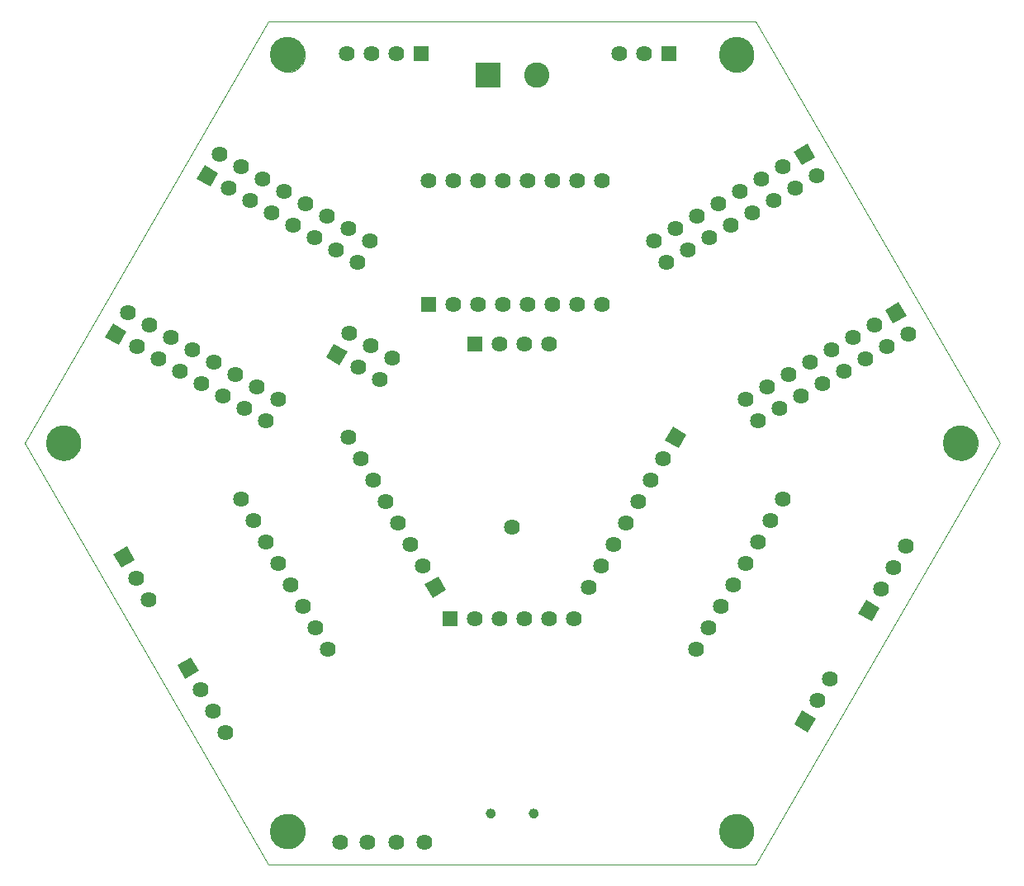
<source format=gbs>
G75*
%MOIN*%
%OFA0B0*%
%FSLAX24Y24*%
%IPPOS*%
%LPD*%
%AMOC8*
5,1,8,0,0,1.08239X$1,22.5*
%
%ADD10C,0.0000*%
%ADD11C,0.1418*%
%ADD12R,0.0640X0.0640*%
%ADD13C,0.0640*%
%ADD14R,0.0640X0.0640*%
%ADD15C,0.0394*%
%ADD16C,0.1024*%
%ADD17R,0.1024X0.1024*%
D10*
X009993Y000744D02*
X000150Y017792D01*
X009993Y034839D01*
X029678Y034839D01*
X039520Y017792D01*
X029678Y000744D01*
X009993Y000744D01*
X010091Y002108D02*
X010093Y002160D01*
X010099Y002212D01*
X010109Y002263D01*
X010122Y002313D01*
X010140Y002363D01*
X010161Y002410D01*
X010185Y002456D01*
X010214Y002500D01*
X010245Y002542D01*
X010279Y002581D01*
X010316Y002618D01*
X010356Y002651D01*
X010399Y002682D01*
X010443Y002709D01*
X010489Y002733D01*
X010538Y002753D01*
X010587Y002769D01*
X010638Y002782D01*
X010689Y002791D01*
X010741Y002796D01*
X010793Y002797D01*
X010845Y002794D01*
X010897Y002787D01*
X010948Y002776D01*
X010998Y002762D01*
X011047Y002743D01*
X011094Y002721D01*
X011139Y002696D01*
X011183Y002667D01*
X011224Y002635D01*
X011263Y002600D01*
X011298Y002562D01*
X011331Y002521D01*
X011361Y002479D01*
X011387Y002434D01*
X011410Y002387D01*
X011429Y002338D01*
X011445Y002288D01*
X011457Y002238D01*
X011465Y002186D01*
X011469Y002134D01*
X011469Y002082D01*
X011465Y002030D01*
X011457Y001978D01*
X011445Y001928D01*
X011429Y001878D01*
X011410Y001829D01*
X011387Y001782D01*
X011361Y001737D01*
X011331Y001695D01*
X011298Y001654D01*
X011263Y001616D01*
X011224Y001581D01*
X011183Y001549D01*
X011139Y001520D01*
X011094Y001495D01*
X011047Y001473D01*
X010998Y001454D01*
X010948Y001440D01*
X010897Y001429D01*
X010845Y001422D01*
X010793Y001419D01*
X010741Y001420D01*
X010689Y001425D01*
X010638Y001434D01*
X010587Y001447D01*
X010538Y001463D01*
X010489Y001483D01*
X010443Y001507D01*
X010399Y001534D01*
X010356Y001565D01*
X010316Y001598D01*
X010279Y001635D01*
X010245Y001674D01*
X010214Y001716D01*
X010185Y001760D01*
X010161Y001806D01*
X010140Y001853D01*
X010122Y001903D01*
X010109Y001953D01*
X010099Y002004D01*
X010093Y002056D01*
X010091Y002108D01*
X018792Y002831D02*
X018794Y002857D01*
X018800Y002883D01*
X018810Y002908D01*
X018823Y002931D01*
X018839Y002951D01*
X018859Y002969D01*
X018881Y002984D01*
X018904Y002996D01*
X018930Y003004D01*
X018956Y003008D01*
X018982Y003008D01*
X019008Y003004D01*
X019034Y002996D01*
X019058Y002984D01*
X019079Y002969D01*
X019099Y002951D01*
X019115Y002931D01*
X019128Y002908D01*
X019138Y002883D01*
X019144Y002857D01*
X019146Y002831D01*
X019144Y002805D01*
X019138Y002779D01*
X019128Y002754D01*
X019115Y002731D01*
X019099Y002711D01*
X019079Y002693D01*
X019057Y002678D01*
X019034Y002666D01*
X019008Y002658D01*
X018982Y002654D01*
X018956Y002654D01*
X018930Y002658D01*
X018904Y002666D01*
X018880Y002678D01*
X018859Y002693D01*
X018839Y002711D01*
X018823Y002731D01*
X018810Y002754D01*
X018800Y002779D01*
X018794Y002805D01*
X018792Y002831D01*
X020524Y002831D02*
X020526Y002857D01*
X020532Y002883D01*
X020542Y002908D01*
X020555Y002931D01*
X020571Y002951D01*
X020591Y002969D01*
X020613Y002984D01*
X020636Y002996D01*
X020662Y003004D01*
X020688Y003008D01*
X020714Y003008D01*
X020740Y003004D01*
X020766Y002996D01*
X020790Y002984D01*
X020811Y002969D01*
X020831Y002951D01*
X020847Y002931D01*
X020860Y002908D01*
X020870Y002883D01*
X020876Y002857D01*
X020878Y002831D01*
X020876Y002805D01*
X020870Y002779D01*
X020860Y002754D01*
X020847Y002731D01*
X020831Y002711D01*
X020811Y002693D01*
X020789Y002678D01*
X020766Y002666D01*
X020740Y002658D01*
X020714Y002654D01*
X020688Y002654D01*
X020662Y002658D01*
X020636Y002666D01*
X020612Y002678D01*
X020591Y002693D01*
X020571Y002711D01*
X020555Y002731D01*
X020542Y002754D01*
X020532Y002779D01*
X020526Y002805D01*
X020524Y002831D01*
X028201Y002108D02*
X028203Y002160D01*
X028209Y002212D01*
X028219Y002263D01*
X028232Y002313D01*
X028250Y002363D01*
X028271Y002410D01*
X028295Y002456D01*
X028324Y002500D01*
X028355Y002542D01*
X028389Y002581D01*
X028426Y002618D01*
X028466Y002651D01*
X028509Y002682D01*
X028553Y002709D01*
X028599Y002733D01*
X028648Y002753D01*
X028697Y002769D01*
X028748Y002782D01*
X028799Y002791D01*
X028851Y002796D01*
X028903Y002797D01*
X028955Y002794D01*
X029007Y002787D01*
X029058Y002776D01*
X029108Y002762D01*
X029157Y002743D01*
X029204Y002721D01*
X029249Y002696D01*
X029293Y002667D01*
X029334Y002635D01*
X029373Y002600D01*
X029408Y002562D01*
X029441Y002521D01*
X029471Y002479D01*
X029497Y002434D01*
X029520Y002387D01*
X029539Y002338D01*
X029555Y002288D01*
X029567Y002238D01*
X029575Y002186D01*
X029579Y002134D01*
X029579Y002082D01*
X029575Y002030D01*
X029567Y001978D01*
X029555Y001928D01*
X029539Y001878D01*
X029520Y001829D01*
X029497Y001782D01*
X029471Y001737D01*
X029441Y001695D01*
X029408Y001654D01*
X029373Y001616D01*
X029334Y001581D01*
X029293Y001549D01*
X029249Y001520D01*
X029204Y001495D01*
X029157Y001473D01*
X029108Y001454D01*
X029058Y001440D01*
X029007Y001429D01*
X028955Y001422D01*
X028903Y001419D01*
X028851Y001420D01*
X028799Y001425D01*
X028748Y001434D01*
X028697Y001447D01*
X028648Y001463D01*
X028599Y001483D01*
X028553Y001507D01*
X028509Y001534D01*
X028466Y001565D01*
X028426Y001598D01*
X028389Y001635D01*
X028355Y001674D01*
X028324Y001716D01*
X028295Y001760D01*
X028271Y001806D01*
X028250Y001853D01*
X028232Y001903D01*
X028219Y001953D01*
X028209Y002004D01*
X028203Y002056D01*
X028201Y002108D01*
X037256Y017792D02*
X037258Y017844D01*
X037264Y017896D01*
X037274Y017947D01*
X037287Y017997D01*
X037305Y018047D01*
X037326Y018094D01*
X037350Y018140D01*
X037379Y018184D01*
X037410Y018226D01*
X037444Y018265D01*
X037481Y018302D01*
X037521Y018335D01*
X037564Y018366D01*
X037608Y018393D01*
X037654Y018417D01*
X037703Y018437D01*
X037752Y018453D01*
X037803Y018466D01*
X037854Y018475D01*
X037906Y018480D01*
X037958Y018481D01*
X038010Y018478D01*
X038062Y018471D01*
X038113Y018460D01*
X038163Y018446D01*
X038212Y018427D01*
X038259Y018405D01*
X038304Y018380D01*
X038348Y018351D01*
X038389Y018319D01*
X038428Y018284D01*
X038463Y018246D01*
X038496Y018205D01*
X038526Y018163D01*
X038552Y018118D01*
X038575Y018071D01*
X038594Y018022D01*
X038610Y017972D01*
X038622Y017922D01*
X038630Y017870D01*
X038634Y017818D01*
X038634Y017766D01*
X038630Y017714D01*
X038622Y017662D01*
X038610Y017612D01*
X038594Y017562D01*
X038575Y017513D01*
X038552Y017466D01*
X038526Y017421D01*
X038496Y017379D01*
X038463Y017338D01*
X038428Y017300D01*
X038389Y017265D01*
X038348Y017233D01*
X038304Y017204D01*
X038259Y017179D01*
X038212Y017157D01*
X038163Y017138D01*
X038113Y017124D01*
X038062Y017113D01*
X038010Y017106D01*
X037958Y017103D01*
X037906Y017104D01*
X037854Y017109D01*
X037803Y017118D01*
X037752Y017131D01*
X037703Y017147D01*
X037654Y017167D01*
X037608Y017191D01*
X037564Y017218D01*
X037521Y017249D01*
X037481Y017282D01*
X037444Y017319D01*
X037410Y017358D01*
X037379Y017400D01*
X037350Y017444D01*
X037326Y017490D01*
X037305Y017537D01*
X037287Y017587D01*
X037274Y017637D01*
X037264Y017688D01*
X037258Y017740D01*
X037256Y017792D01*
X028201Y033476D02*
X028203Y033528D01*
X028209Y033580D01*
X028219Y033631D01*
X028232Y033681D01*
X028250Y033731D01*
X028271Y033778D01*
X028295Y033824D01*
X028324Y033868D01*
X028355Y033910D01*
X028389Y033949D01*
X028426Y033986D01*
X028466Y034019D01*
X028509Y034050D01*
X028553Y034077D01*
X028599Y034101D01*
X028648Y034121D01*
X028697Y034137D01*
X028748Y034150D01*
X028799Y034159D01*
X028851Y034164D01*
X028903Y034165D01*
X028955Y034162D01*
X029007Y034155D01*
X029058Y034144D01*
X029108Y034130D01*
X029157Y034111D01*
X029204Y034089D01*
X029249Y034064D01*
X029293Y034035D01*
X029334Y034003D01*
X029373Y033968D01*
X029408Y033930D01*
X029441Y033889D01*
X029471Y033847D01*
X029497Y033802D01*
X029520Y033755D01*
X029539Y033706D01*
X029555Y033656D01*
X029567Y033606D01*
X029575Y033554D01*
X029579Y033502D01*
X029579Y033450D01*
X029575Y033398D01*
X029567Y033346D01*
X029555Y033296D01*
X029539Y033246D01*
X029520Y033197D01*
X029497Y033150D01*
X029471Y033105D01*
X029441Y033063D01*
X029408Y033022D01*
X029373Y032984D01*
X029334Y032949D01*
X029293Y032917D01*
X029249Y032888D01*
X029204Y032863D01*
X029157Y032841D01*
X029108Y032822D01*
X029058Y032808D01*
X029007Y032797D01*
X028955Y032790D01*
X028903Y032787D01*
X028851Y032788D01*
X028799Y032793D01*
X028748Y032802D01*
X028697Y032815D01*
X028648Y032831D01*
X028599Y032851D01*
X028553Y032875D01*
X028509Y032902D01*
X028466Y032933D01*
X028426Y032966D01*
X028389Y033003D01*
X028355Y033042D01*
X028324Y033084D01*
X028295Y033128D01*
X028271Y033174D01*
X028250Y033221D01*
X028232Y033271D01*
X028219Y033321D01*
X028209Y033372D01*
X028203Y033424D01*
X028201Y033476D01*
X010091Y033476D02*
X010093Y033528D01*
X010099Y033580D01*
X010109Y033631D01*
X010122Y033681D01*
X010140Y033731D01*
X010161Y033778D01*
X010185Y033824D01*
X010214Y033868D01*
X010245Y033910D01*
X010279Y033949D01*
X010316Y033986D01*
X010356Y034019D01*
X010399Y034050D01*
X010443Y034077D01*
X010489Y034101D01*
X010538Y034121D01*
X010587Y034137D01*
X010638Y034150D01*
X010689Y034159D01*
X010741Y034164D01*
X010793Y034165D01*
X010845Y034162D01*
X010897Y034155D01*
X010948Y034144D01*
X010998Y034130D01*
X011047Y034111D01*
X011094Y034089D01*
X011139Y034064D01*
X011183Y034035D01*
X011224Y034003D01*
X011263Y033968D01*
X011298Y033930D01*
X011331Y033889D01*
X011361Y033847D01*
X011387Y033802D01*
X011410Y033755D01*
X011429Y033706D01*
X011445Y033656D01*
X011457Y033606D01*
X011465Y033554D01*
X011469Y033502D01*
X011469Y033450D01*
X011465Y033398D01*
X011457Y033346D01*
X011445Y033296D01*
X011429Y033246D01*
X011410Y033197D01*
X011387Y033150D01*
X011361Y033105D01*
X011331Y033063D01*
X011298Y033022D01*
X011263Y032984D01*
X011224Y032949D01*
X011183Y032917D01*
X011139Y032888D01*
X011094Y032863D01*
X011047Y032841D01*
X010998Y032822D01*
X010948Y032808D01*
X010897Y032797D01*
X010845Y032790D01*
X010793Y032787D01*
X010741Y032788D01*
X010689Y032793D01*
X010638Y032802D01*
X010587Y032815D01*
X010538Y032831D01*
X010489Y032851D01*
X010443Y032875D01*
X010399Y032902D01*
X010356Y032933D01*
X010316Y032966D01*
X010279Y033003D01*
X010245Y033042D01*
X010214Y033084D01*
X010185Y033128D01*
X010161Y033174D01*
X010140Y033221D01*
X010122Y033271D01*
X010109Y033321D01*
X010099Y033372D01*
X010093Y033424D01*
X010091Y033476D01*
X001036Y017792D02*
X001038Y017844D01*
X001044Y017896D01*
X001054Y017947D01*
X001067Y017997D01*
X001085Y018047D01*
X001106Y018094D01*
X001130Y018140D01*
X001159Y018184D01*
X001190Y018226D01*
X001224Y018265D01*
X001261Y018302D01*
X001301Y018335D01*
X001344Y018366D01*
X001388Y018393D01*
X001434Y018417D01*
X001483Y018437D01*
X001532Y018453D01*
X001583Y018466D01*
X001634Y018475D01*
X001686Y018480D01*
X001738Y018481D01*
X001790Y018478D01*
X001842Y018471D01*
X001893Y018460D01*
X001943Y018446D01*
X001992Y018427D01*
X002039Y018405D01*
X002084Y018380D01*
X002128Y018351D01*
X002169Y018319D01*
X002208Y018284D01*
X002243Y018246D01*
X002276Y018205D01*
X002306Y018163D01*
X002332Y018118D01*
X002355Y018071D01*
X002374Y018022D01*
X002390Y017972D01*
X002402Y017922D01*
X002410Y017870D01*
X002414Y017818D01*
X002414Y017766D01*
X002410Y017714D01*
X002402Y017662D01*
X002390Y017612D01*
X002374Y017562D01*
X002355Y017513D01*
X002332Y017466D01*
X002306Y017421D01*
X002276Y017379D01*
X002243Y017338D01*
X002208Y017300D01*
X002169Y017265D01*
X002128Y017233D01*
X002084Y017204D01*
X002039Y017179D01*
X001992Y017157D01*
X001943Y017138D01*
X001893Y017124D01*
X001842Y017113D01*
X001790Y017106D01*
X001738Y017103D01*
X001686Y017104D01*
X001634Y017109D01*
X001583Y017118D01*
X001532Y017131D01*
X001483Y017147D01*
X001434Y017167D01*
X001388Y017191D01*
X001344Y017218D01*
X001301Y017249D01*
X001261Y017282D01*
X001224Y017319D01*
X001190Y017358D01*
X001159Y017400D01*
X001130Y017444D01*
X001106Y017490D01*
X001085Y017537D01*
X001067Y017587D01*
X001054Y017637D01*
X001044Y017688D01*
X001038Y017740D01*
X001036Y017792D01*
D11*
X001725Y017792D03*
X010780Y002108D03*
X028890Y002108D03*
X037945Y017792D03*
X028890Y033476D03*
X010780Y033476D03*
D12*
G36*
X007653Y028147D02*
X007099Y028467D01*
X007419Y029021D01*
X007973Y028701D01*
X007653Y028147D01*
G37*
G36*
X003956Y021744D02*
X003402Y022064D01*
X003722Y022618D01*
X004276Y022298D01*
X003956Y021744D01*
G37*
G36*
X012873Y020926D02*
X012319Y021246D01*
X012639Y021800D01*
X013193Y021480D01*
X012873Y020926D01*
G37*
G36*
X004615Y013068D02*
X004061Y012748D01*
X003741Y013302D01*
X004295Y013622D01*
X004615Y013068D01*
G37*
G36*
X007197Y008587D02*
X006643Y008267D01*
X006323Y008821D01*
X006877Y009141D01*
X007197Y008587D01*
G37*
G36*
X016853Y012398D02*
X017173Y011844D01*
X016619Y011524D01*
X016299Y012078D01*
X016853Y012398D01*
G37*
G36*
X025997Y017907D02*
X026317Y018461D01*
X026871Y018141D01*
X026551Y017587D01*
X025997Y017907D01*
G37*
G36*
X034126Y011449D02*
X034680Y011129D01*
X034360Y010575D01*
X033806Y010895D01*
X034126Y011449D01*
G37*
G36*
X031543Y006976D02*
X032097Y006656D01*
X031777Y006102D01*
X031223Y006422D01*
X031543Y006976D01*
G37*
G36*
X034894Y023164D02*
X035448Y023484D01*
X035768Y022930D01*
X035214Y022610D01*
X034894Y023164D01*
G37*
G36*
X031197Y029567D02*
X031751Y029887D01*
X032071Y029333D01*
X031517Y029013D01*
X031197Y029567D01*
G37*
D13*
X007760Y006972D03*
X008260Y006106D03*
X007260Y007838D03*
X005178Y011453D03*
X004678Y012319D03*
X008906Y015524D03*
X009406Y014658D03*
X009906Y013792D03*
X010406Y012926D03*
X010906Y012060D03*
X011406Y011193D03*
X011906Y010327D03*
X012406Y009461D03*
X016236Y012827D03*
X015736Y013693D03*
X015236Y014560D03*
X014736Y015426D03*
X014236Y016292D03*
X013736Y017158D03*
X013236Y018024D03*
X014488Y020363D03*
X014988Y021229D03*
X014122Y021729D03*
X013256Y022229D03*
X013622Y020863D03*
X010401Y019547D03*
X009901Y018681D03*
X009035Y019181D03*
X008169Y019681D03*
X007303Y020181D03*
X006437Y020681D03*
X005571Y021181D03*
X004705Y021681D03*
X005205Y022547D03*
X006071Y022047D03*
X006937Y021547D03*
X007803Y021047D03*
X008669Y020547D03*
X009535Y020047D03*
X004339Y023047D03*
X009268Y027584D03*
X010134Y027084D03*
X011000Y026584D03*
X011866Y026084D03*
X012732Y025584D03*
X013598Y025084D03*
X014098Y025950D03*
X013232Y026450D03*
X012366Y026950D03*
X011500Y027450D03*
X010634Y027950D03*
X009768Y028450D03*
X008902Y028950D03*
X008402Y028084D03*
X008036Y029450D03*
X013178Y033540D03*
X014178Y033540D03*
X015178Y033540D03*
X016453Y028391D03*
X017453Y028391D03*
X018453Y028391D03*
X019453Y028391D03*
X020453Y028391D03*
X021453Y028391D03*
X022453Y028391D03*
X023453Y028391D03*
X025572Y025950D03*
X026438Y026450D03*
X026938Y025584D03*
X026072Y025084D03*
X027804Y026084D03*
X028670Y026584D03*
X029536Y027084D03*
X029036Y027950D03*
X029902Y028450D03*
X030768Y028950D03*
X031268Y028084D03*
X030402Y027584D03*
X032134Y028584D03*
X028170Y027450D03*
X027304Y026950D03*
X023453Y023391D03*
X022453Y023391D03*
X021453Y023391D03*
X020453Y023391D03*
X019453Y023391D03*
X018453Y023391D03*
X017453Y023391D03*
X019335Y021784D03*
X020335Y021784D03*
X021335Y021784D03*
X025934Y017158D03*
X025434Y016292D03*
X024934Y015426D03*
X024434Y014560D03*
X023934Y013693D03*
X023434Y012827D03*
X022934Y011961D03*
X022335Y010705D03*
X021335Y010705D03*
X020335Y010705D03*
X019335Y010705D03*
X018335Y010705D03*
X019835Y014406D03*
X027264Y009461D03*
X027764Y010327D03*
X028264Y011193D03*
X028764Y012060D03*
X029264Y012926D03*
X029764Y013792D03*
X030264Y014658D03*
X030764Y015524D03*
X029769Y018681D03*
X029269Y019547D03*
X030135Y020047D03*
X030635Y019181D03*
X031501Y019681D03*
X032367Y020181D03*
X033233Y020681D03*
X034099Y021181D03*
X034965Y021681D03*
X035831Y022181D03*
X034465Y022547D03*
X033599Y022047D03*
X032733Y021547D03*
X031867Y021047D03*
X031001Y020547D03*
X035743Y013610D03*
X035243Y012744D03*
X034743Y011878D03*
X032660Y008271D03*
X032160Y007405D03*
X016308Y001650D03*
X015172Y001650D03*
X014011Y001650D03*
X012911Y001650D03*
X024150Y033540D03*
X025150Y033540D03*
D14*
X026150Y033540D03*
X016178Y033540D03*
X016453Y023391D03*
X018335Y021784D03*
X017335Y010705D03*
D15*
X018969Y002831D03*
X020701Y002831D03*
D16*
X020819Y032674D03*
D17*
X018851Y032674D03*
M02*

</source>
